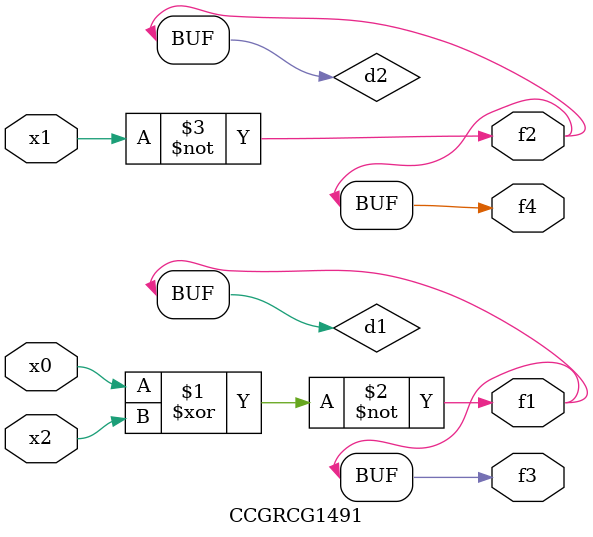
<source format=v>
module CCGRCG1491(
	input x0, x1, x2,
	output f1, f2, f3, f4
);

	wire d1, d2, d3;

	xnor (d1, x0, x2);
	nand (d2, x1);
	nor (d3, x1, x2);
	assign f1 = d1;
	assign f2 = d2;
	assign f3 = d1;
	assign f4 = d2;
endmodule

</source>
